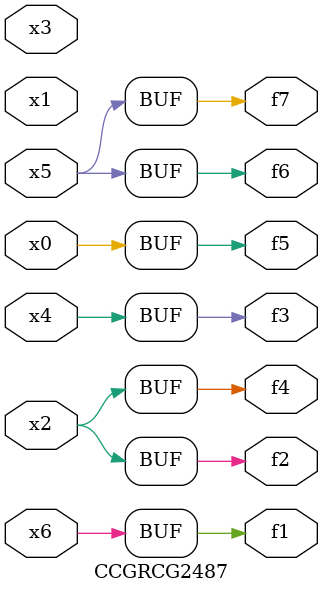
<source format=v>
module CCGRCG2487(
	input x0, x1, x2, x3, x4, x5, x6,
	output f1, f2, f3, f4, f5, f6, f7
);
	assign f1 = x6;
	assign f2 = x2;
	assign f3 = x4;
	assign f4 = x2;
	assign f5 = x0;
	assign f6 = x5;
	assign f7 = x5;
endmodule

</source>
